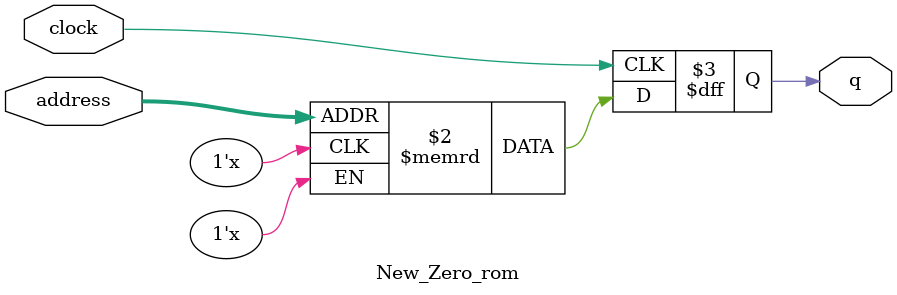
<source format=sv>
module New_Zero_rom (
	input logic clock,
	input logic [7:0] address,
	output logic [0:0] q
);

logic [0:0] memory [0:195] /* synthesis ram_init_file = "./New_Zero/New_Zero.mif" */;

always_ff @ (posedge clock) begin
	q <= memory[address];
end

endmodule

</source>
